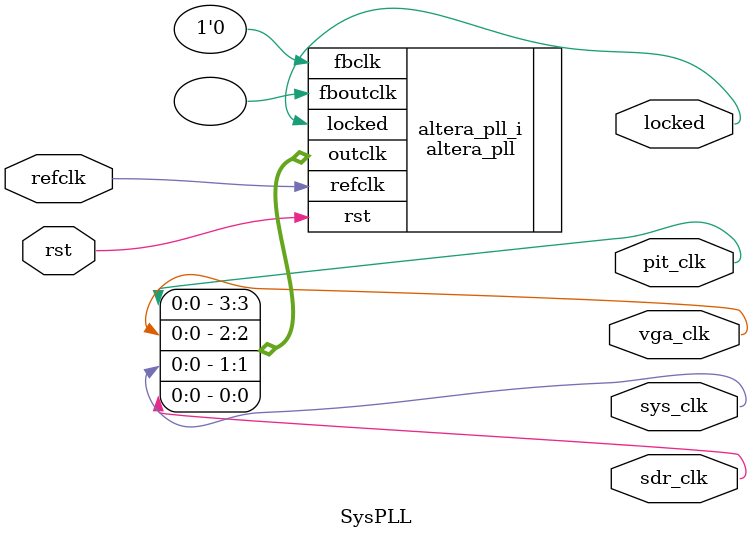
<source format=v>
module  SysPLL(

	// interface 'refclk'
	input wire refclk,

	// interface 'reset'
	input wire rst,

	// interface 'outclk0'
	output wire sdr_clk,

	// interface 'outclk1'
	output wire sys_clk,

	// interface 'outclk2'
	output wire vga_clk,

        output wire pit_clk,

	// interface 'locked'
	output wire locked
);

	altera_pll #(
		.fractional_vco_multiplier("false"),
		.reference_clock_frequency("50.0 MHz"),
		.operation_mode("normal"),
		.number_of_clocks(4),
		.output_clock_frequency0("50.000000 MHz"),
                .phase_shift0("-909 ps"),
		.duty_cycle0(50),
		.output_clock_frequency1("50.000000 MHz"),
		.phase_shift1("0 ps"),
		.duty_cycle1(50),
		.output_clock_frequency2("25.000000 MHz"),
		.phase_shift2("0 ps"),
		.duty_cycle2(50),
		.output_clock_frequency3("1.193058 MHz"),
		.phase_shift3("0 ps"),
		.duty_cycle3(50),
		.output_clock_frequency4("0 MHz"),
		.phase_shift4("0 ps"),
		.duty_cycle4(50),
		.output_clock_frequency5("0 MHz"),
		.phase_shift5("0 ps"),
		.duty_cycle5(50),
		.output_clock_frequency6("0 MHz"),
		.phase_shift6("0 ps"),
		.duty_cycle6(50),
		.output_clock_frequency7("0 MHz"),
		.phase_shift7("0 ps"),
		.duty_cycle7(50),
		.output_clock_frequency8("0 MHz"),
		.phase_shift8("0 ps"),
		.duty_cycle8(50),
		.output_clock_frequency9("0 MHz"),
		.phase_shift9("0 ps"),
		.duty_cycle9(50),
		.output_clock_frequency10("0 MHz"),
		.phase_shift10("0 ps"),
		.duty_cycle10(50),
		.output_clock_frequency11("0 MHz"),
		.phase_shift11("0 ps"),
		.duty_cycle11(50),
		.output_clock_frequency12("0 MHz"),
		.phase_shift12("0 ps"),
		.duty_cycle12(50),
		.output_clock_frequency13("0 MHz"),
		.phase_shift13("0 ps"),
		.duty_cycle13(50),
		.output_clock_frequency14("0 MHz"),
		.phase_shift14("0 ps"),
		.duty_cycle14(50),
		.output_clock_frequency15("0 MHz"),
		.phase_shift15("0 ps"),
		.duty_cycle15(50),
		.output_clock_frequency16("0 MHz"),
		.phase_shift16("0 ps"),
		.duty_cycle16(50),
		.output_clock_frequency17("0 MHz"),
		.phase_shift17("0 ps"),
		.duty_cycle17(50),
		.pll_type("General"),
		.pll_subtype("General")
	) altera_pll_i (
		.rst	(rst),
		.outclk	({pit_clk, vga_clk, sys_clk, sdr_clk}),
		.locked	(locked),
		.fboutclk	( ),
		.fbclk	(1'b0),
		.refclk	(refclk)
	);

endmodule

</source>
